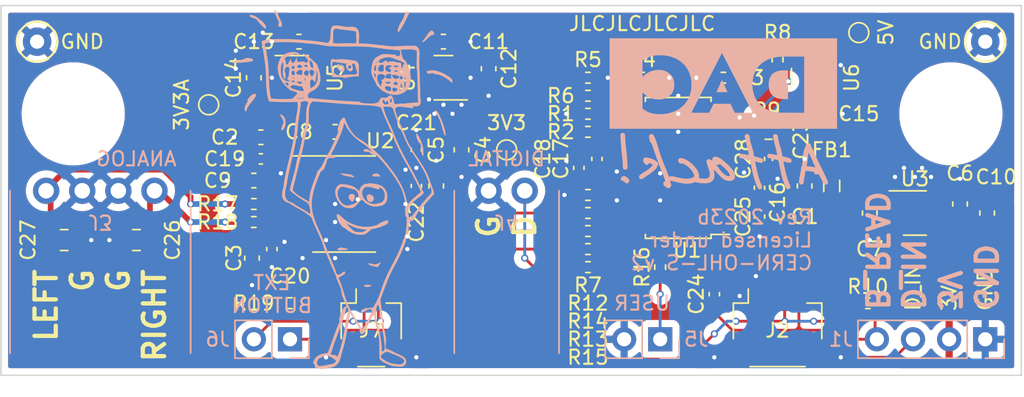
<source format=kicad_pcb>
(kicad_pcb (version 20211014) (generator pcbnew)
  (title_block (title "dac-attack") (date "2023-04-26") (rev "2023a") (company "Licensed under CERN-OHL-S v2"))
  (layers (0 "F.Cu" signal) (31 "B.Cu" signal) (34 "B.Paste" user) (35 "F.Paste" user) (36 "B.SilkS" user "B.Silkscreen") (37 "F.SilkS" user "F.Silkscreen") (38 "B.Mask" user) (39 "F.Mask" user) (44 "Edge.Cuts" user))
  (net 0 "")
  (net 1 "Net-(C1-Pad1)")
  (net 2 "GND")
  (net 3 "+3.3VA")
  (net 4 "+3V3")
  (net 5 "Net-(C22-Pad1)")
  (net 6 "/VIN")
  (net 7 "+5V")
  (net 8 "Net-(C8-Pad1)")
  (net 9 "Net-(C8-Pad2)")
  (net 10 "Net-(C9-Pad1)")
  (net 11 "Net-(C10-Pad1)")
  (net 12 "Net-(C10-Pad2)")
  (net 13 "Net-(C25-Pad2)")
  (net 14 "Net-(C23-Pad1)")
  (net 15 "Net-(C24-Pad2)")
  (net 16 "/RIGHT")
  (net 17 "/LEFT")
  (net 18 "/BUTTON")
  (net 19 "/USER")
  (net 20 "Net-(R1-Pad1)")
  (net 21 "Net-(R2-Pad1)")
  (net 22 "Net-(R3-Pad2)")
  (net 23 "Net-(R4-Pad2)")
  (net 24 "Net-(R5-Pad2)")
  (net 25 "Net-(R6-Pad2)")
  (net 26 "Net-(R12-Pad1)")
  (net 27 "Net-(R13-Pad1)")
  (net 28 "Net-(R14-Pad1)")
  (net 29 "Net-(R15-Pad1)")
  (net 30 "Net-(R18-Pad1)")
  (net 31 "/ADAT")
  (net 32 "/LRCK")
  (net 33 "Net-(R17-Pad1)")
  (net 34 "/BCK")
  (net 35 "Net-(C28-Pad1)")
  (net 40 "Net-(R8-Pad2)")
  (net 41 "Net-(J7-Pad2)")
  (net 42 "/D_IN")
  (net 43 "/D_OUT")
  (footprint "Connector_JST:JST_SH_SM02B-SRSS-TB_1x02-1MP_P1.00mm_Horizontal" (layer "F.Cu") (at 128.27 87.503)
    (fp_text reference "J7")
    (fp_text value "BTN")
  )
  (footprint "Resistor_SMD:R_0402_1005Metric" (layer "F.Cu") (at 143.51 69.85 180)
    (fp_text reference "R5")
    (fp_text value "47K")
  )
  (footprint "Capacitor_SMD:C_0402_1005Metric" (layer "F.Cu") (at 144.145 75.565 -90)
    (fp_text reference "C17")
    (fp_text value "100nF")
  )
  (footprint "TestPoint:TestPoint_Pad_D1.0mm" (layer "F.Cu") (at 137.795 74.93 180)
    (fp_text reference "TP4")
    (fp_text value "3V3")
  )
  (footprint "Resistor_SMD:R_0402_1005Metric" (layer "F.Cu") (at 163.195 85.725)
    (fp_text reference "R10")
    (fp_text value "10K")
  )
  (footprint "Resistor_SMD:R_0402_1005Metric" (layer "F.Cu") (at 148.59 83.185 -90)
    (fp_text reference "R16")
    (fp_text value "22")
  )
  (footprint "Capacitor_SMD:C_0603_1608Metric" (layer "F.Cu") (at 133.35 67.31)
    (fp_text reference "C11")
    (fp_text value "2.2uF")
  )
  (footprint "Package_TO_SOT_SMD:SOT-23-6" (layer "F.Cu") (at 166.5025 79.375)
    (fp_text reference "U3")
    (fp_text value "SD6210A")
  )
  (footprint "Capacitor_SMD:C_0603_1608Metric" (layer "F.Cu") (at 123.19 67.31 180)
    (fp_text reference "C13")
    (fp_text value "2.2uF")
  )
  (footprint "Capacitor_SMD:C_0402_1005Metric" (layer "F.Cu") (at 156.845 75.565 -90)
    (fp_text reference "C23")
    (fp_text value "22nF")
  )
  (footprint "Capacitor_SMD:C_0603_1608Metric" (layer "F.Cu") (at 132.842 77.47 90)
    (fp_text reference "C5")
    (fp_text value "10uF")
  )
  (footprint "Resistor_SMD:R_0402_1005Metric" (layer "F.Cu") (at 143.51 81.915 180)
    (fp_text reference "R13")
    (fp_text value "22")
  )
  (footprint "Resistor_SMD:R_0402_1005Metric" (layer "F.Cu") (at 143.51 72.39 180)
    (fp_text reference "R1")
    (fp_text value "47K")
  )
  (footprint "Resistor_SMD:R_0402_1005Metric" (layer "F.Cu") (at 120.015 80.01 180)
    (fp_text reference "R18")
    (fp_text value "470")
  )
  (footprint "Capacitor_SMD:C_0402_1005Metric" (layer "F.Cu") (at 131.445 77.47 90)
    (fp_text reference "C22")
    (fp_text value "100nF")
  )
  (footprint "Capacitor_SMD:C_0603_1608Metric" (layer "F.Cu") (at 125.73 73.66)
    (fp_text reference "C8")
    (fp_text value "2.2uF")
  )
  (footprint "Resistor_SMD:R_0402_1005Metric" (layer "F.Cu") (at 153.035 69.85 180)
    (fp_text reference "R3")
    (fp_text value "47K")
  )
  (footprint "Capacitor_SMD:C_0603_1608Metric" (layer "F.Cu") (at 163.3275 79.375 -90)
    (fp_text reference "C7")
    (fp_text value "10uF")
  )
  (footprint "MountingHole:MountingHole_3.2mm_M3" (layer "F.Cu") (at 169.035 72.39)
    (fp_text reference "H2" hide)
    (fp_text value "MountingHole")
  )
  (footprint "TestPoint:TestPoint_Keystone_5000-5004_Miniature" (layer "F.Cu") (at 104.775 67.31 180)
    (fp_text reference "TP1" hide)
    (fp_text value "GND")
  )
  (footprint "Connector_JST:JST_SH_SM04B-SRSS-TB_1x04-1MP_P1.00mm_Horizontal" (layer "F.Cu") (at 156.845 87.503)
    (fp_text reference "J2")
    (fp_text value "BOARD")
  )
  (footprint "Capacitor_SMD:C_0402_1005Metric" (layer "F.Cu") (at 142.875 76.2 90)
    (fp_text reference "C18")
    (fp_text value "100nF")
  )
  (footprint "Package_SO:TSSOP-20_4.4x6.5mm_P0.65mm" (layer "F.Cu") (at 126.365 78.74)
    (fp_text reference "U2")
    (fp_text value "PCM5100")
  )
  (footprint "Capacitor_SMD:C_0603_1608Metric" (layer "F.Cu") (at 158.75 77.47 90)
    (fp_text reference "C1")
    (fp_text value "10uF")
  )
  (footprint "Capacitor_SMD:C_0603_1608Metric" (layer "F.Cu") (at 136.525 69.215 -90)
    (fp_text reference "C12")
    (fp_text value "2.2uF")
  )
  (footprint "Capacitor_SMD:C_0402_1005Metric" (layer "F.Cu") (at 120.51 75.565 180)
    (fp_text reference "C19")
    (fp_text value "100nF")
  )
  (footprint "Package_TO_SOT_SMD:SOT-23" (layer "F.Cu") (at 123.19 69.85)
    (fp_text reference "U5")
    (fp_text value "XC6206P332MR")
  )
  (footprint "Resistor_SMD:R_0402_1005Metric" (layer "F.Cu") (at 143.51 78.105)
    (fp_text reference "R7")
    (fp_text value "47K")
  )
  (footprint "TestPoint:TestPoint_Keystone_5000-5004_Miniature" (layer "F.Cu") (at 171.45 67.31 180)
    (fp_text reference "TP2" hide)
    (fp_text value "GND")
  )
  (footprint "Capacitor_SMD:C_0603_1608Metric" (layer "F.Cu") (at 119.888 82.55 -90)
    (fp_text reference "C3")
    (fp_text value "10uF")
  )
  (footprint "Resistor_SMD:R_0603_1608Metric" (layer "F.Cu") (at 156.21 73.66 180)
    (fp_text reference "R9")
    (fp_text value "3K")
  )
  (footprint "Capacitor_SMD:C_0402_1005Metric" (layer "F.Cu") (at 155.575 79.629 90)
    (fp_text reference "C25")
    (fp_text value "22nF")
  )
  (footprint "Capacitor_SMD:C_0603_1608Metric" (layer "F.Cu") (at 120.51 74.041 180)
    (fp_text reference "C2")
    (fp_text value "10uF")
  )
  (footprint "Inductor_SMD:L_0805_2012Metric" (layer "F.Cu") (at 160.655 77.47 -90)
    (fp_text reference "FB1")
    (fp_text value "GZ2012D601TF")
  )
  (footprint "TestPoint:TestPoint_Pad_D1.0mm" (layer "F.Cu") (at 162.56 66.675)
    (fp_text reference "TP3" hide)
    (fp_text value "5V")
  )
  (footprint "Resistor_SMD:R_0402_1005Metric" (layer "F.Cu") (at 143.51 71.12)
    (fp_text reference "R6")
    (fp_text value "47K")
  )
  (footprint "Capacitor_SMD:C_0402_1005Metric" (layer "F.Cu") (at 152.4 85.09 90)
    (fp_text reference "C24")
    (fp_text value "22nF")
  )
  (footprint "Capacitor_SMD:C_0603_1608Metric" (layer "F.Cu") (at 120.015 69.85 90)
    (fp_text reference "C14")
    (fp_text value "2.2uF")
  )
  (footprint "Package_TO_SOT_SMD:SOT-23" (layer "F.Cu") (at 159.385 69.85 -90)
    (fp_text reference "U6")
    (fp_text value "TCM809")
  )
  (footprint "Capacitor_SMD:C_0402_1005Metric" (layer "F.Cu") (at 160.02 72.39)
    (fp_text reference "C15")
    (fp_text value "100nF")
  )
  (footprint "Capacitor_SMD:C_0805_2012Metric" (layer "F.Cu") (at 111.76 81.28 180)
    (fp_text reference "C26")
    (fp_text value "2.2nF")
  )
  (footprint "Capacitor_SMD:C_0402_1005Metric" (layer "F.Cu") (at 121.285 81.915 -90)
    (fp_text reference "C20")
    (fp_text value "100nF")
  )
  (footprint "Capacitor_SMD:C_0603_1608Metric" (layer "F.Cu") (at 171.5825 79.375 90)
    (fp_text reference "C10")
    (fp_text value "2.2uF")
  )
  (footprint "Resistor_SMD:R_0402_1005Metric" (layer "F.Cu") (at 143.51 79.375 180)
    (fp_text reference "R12")
    (fp_text value "22")
  )
  (footprint "Capacitor_SMD:C_0603_1608Metric" (layer "F.Cu") (at 120.015 77.089 180)
    (fp_text reference "C9")
    (fp_text value "2.2uF")
  )
  (footprint "Resistor_SMD:R_0402_1005Metric" (layer "F.Cu") (at 147.32 69.85 180)
    (fp_text reference "R4")
    (fp_text value "47K")
  )
  (footprint "Resistor_SMD:R_0402_1005Metric" (layer "F.Cu") (at 143.51 83.185 180)
    (fp_text reference "R15")
    (fp_text value "22")
  )
  (footprint "Resistor_SMD:R_0402_1005Metric" (layer "F.Cu") (at 122.555 85.725 180)
    (fp_text reference "R19")
    (fp_text value "470")
  )
  (footprint "Resistor_SMD:R_0402_1005Metric" (layer "F.Cu") (at 143.51 73.66 180)
    (fp_text reference "R2")
    (fp_text value "47K")
  )
  (footprint "TestPoint:TestPoint_Pad_D1.0mm" (layer "F.Cu") (at 116.84 71.755)
    (fp_text reference "TP5")
    (fp_text value "3V3A")
  )
  (footprint "Package_SO:TSSOP-28_4.4x9.7mm_P0.65mm" (layer "F.Cu") (at 149.86 76.2 180)
    (fp_text reference "U1")
    (fp_text value "CS8416-xZZ")
  )
  (footprint "MountingHole:MountingHole_3.2mm_M3" (layer "F.Cu") (at 107.315 72.39)
    (fp_text reference "H1" hide)
    (fp_text value "MountingHole")
  )
  (footprint "Capacitor_SMD:C_0603_1608Metric" (layer "F.Cu") (at 134.62 74.93 -90)
    (fp_text reference "C4")
    (fp_text value "10uF")
  )
  (footprint "Resistor_SMD:R_0402_1005Metric" (layer "F.Cu") (at 156.845 68.58 90)
    (fp_text reference "R8")
    (fp_text value "47K")
  )
  (footprint "Resistor_SMD:R_0402_1005Metric" (layer "F.Cu") (at 120.015 78.74 180)
    (fp_text reference "R17")
    (fp_text value "470")
  )
  (footprint "Capacitor_SMD:C_0603_1608Metric" (layer "F.Cu") (at 169.6775 78.74 90)
    (fp_text reference "C6")
    (fp_text value "10uF")
  )
  (footprint "Package_TO_SOT_SMD:SOT-23" (layer "F.Cu") (at 133.35 69.85 180)
    (fp_text reference "U4")
    (fp_text value "XC6206P332MR")
  )
  (footprint "Capacitor_SMD:C_0402_1005Metric" (layer "F.Cu") (at 155.575 75.565 -90)
    (fp_text reference "C28")
    (fp_text value "1nF")
  )
  (footprint "Capacitor_SMD:C_0402_1005Metric" (layer "F.Cu") (at 131.445 74.93 90)
    (fp_text reference "C21")
    (fp_text value "100nF")
  )
  (footprint "Capacitor_SMD:C_0402_1005Metric" (layer "F.Cu") (at 155.575 77.597 90)
    (fp_text reference "C16")
    (fp_text value "100nF")
  )
  (footprint "Resistor_SMD:R_0402_1005Metric" (layer "F.Cu") (at 143.51 80.645 180)
    (fp_text reference "R14")
    (fp_text value "22")
  )
  (footprint "Capacitor_SMD:C_0805_2012Metric" (layer "F.Cu") (at 106.68 81.28)
    (fp_text reference "C27")
    (fp_text value "2.2nF")
  )
  (footprint "dac-attack:0705530001" (layer "B.Cu") (at 137.795 77.80855)
    (fp_text reference "J4")
    (fp_text value "DIGITAL")
  )
  (footprint "dac-attack:0705530003" (layer "B.Cu") (at 109.22 77.80855)
    (fp_text reference "J3")
    (fp_text value "ANALOG")
  )
  (footprint "Connector_PinHeader_2.54mm:PinHeader_1x02_P2.54mm_Vertical" (layer "B.Cu") (at 148.595 88.265 90)
    (fp_text reference "J5")
    (fp_text value "USER")
  )
  (footprint "Connector_PinHeader_2.54mm:PinHeader_1x04_P2.54mm_Vertical" (layer "B.Cu") (at 171.45 88.265 90)
    (fp_text reference "J1")
    (fp_text value "BOARD")
  )
  (footprint "dac-attack:YAMMY" (layer "B.Cu") (at 126.365 77.724 180)
    (fp_text reference "G***" hide)
    (fp_text value "LOGO" hide)
  )
  (footprint "Connector_PinHeader_2.54mm:PinHeader_1x02_P2.54mm_Vertical" (layer "B.Cu") (at 122.56 88.265 90)
    (fp_text reference "J6")
    (fp_text value "BTN")
  )
  (footprint "dac-attack:LOGO" (layer "B.Cu") (at 153.035 72.39 180)
    (fp_text reference "G***" hide)
    (fp_text value "LOGO" hide)
  )
  (gr_line (start 173.99 64.77) (end 102.235 64.77) (layer "Edge.Cuts") (width 0.1))
  (gr_line (start 102.235 64.77) (end 102.235 90.805) (layer "Edge.Cuts") (width 0.1))
  (gr_line (start 173.99 90.805) (end 173.99 64.77) (layer "Edge.Cuts") (width 0.1))
  (gr_line (start 102.235 90.805) (end 173.99 90.805) (layer "Edge.Cuts") (width 0.1))
  (gr_text "GND" (at 171.45 86.36 270) (layer "B.SilkS") (effects (font (size 1.5 1.5) (thickness 0.3)) (justify left mirror)))
  (gr_text "USER" (at 147.32 85.725) (layer "B.SilkS") (effects (font (size 1 1)) (justify mirror)))
  (gr_text "ANALOG" (at 111.76 75.565) (layer "B.SilkS") (effects (font (size 1 1)) (justify mirror)))
  (gr_text "DIGITAL" (at 137.795 75.565) (layer "B.SilkS") (effects (font (size 1 1)) (justify mirror)))
  (gr_text "B_READ" (at 163.83 86.36 270) (layer "B.SilkS") (effects (font (size 1.5 1.5) (thickness 0.3)) (justify left mirror)))
  (gr_text "EXT\nBUTTON" (at 121.285 85.09) (layer "B.SilkS") (effects (font (size 1 1)) (justify mirror)))
  (gr_text "Rev 2023b\nLicensed under\nCERN-OHL-S v2" (at 159.385 81.28) (layer "B.SilkS") (effects (font (size 1 1)) (justify left mirror)))
  (gr_text "3V" (at 168.91 86.36 270) (layer "B.SilkS") (effects (font (size 1.5 1.5) (thickness 0.3)) (justify left mirror)))
  (gr_text "D_IN" (at 166.34 86.36 270) (layer "B.SilkS") (effects (font (size 1.5 1.5) (thickness 0.3)) (justify left mirror)))
  (gr_text "RIGHT" (at 113.03 83.185 90) (layer "F.SilkS") (effects (font (size 1.5 1.5) (thickness 0.3)) (justify right)))
  (gr_text "GND" (at 171.45 86.36 90) (layer "F.SilkS") (effects (font (size 1 1)) (justify left)))
  (gr_text "G" (at 110.49 83.185 90) (layer "F.SilkS") (effects (font (size 1.5 1.5) (thickness 0.3)) (justify right)))
  (gr_text "JLCJLCJLCJLC" (at 147.32 66.04) (layer "F.SilkS") (effects (font (size 1 1))))
  (gr_text "LEFT" (at 105.41 83.185 90) (layer "F.SilkS") (effects (font (size 1.5 1.5) (thickness 0.3)) (justify right)))
  (gr_text "G" (at 107.95 83.185 90) (layer "F.SilkS") (effects (font (size 1.5 1.5) (thickness 0.3)) (justify right)))
  (gr_text "D_IN" (at 166.37 86.36 90) (layer "F.SilkS") (effects (font (size 1 1)) (justify left)))
  (gr_text "G" (at 136.525 79.375 90) (layer "F.SilkS") (effects (font (size 1.5 1.5) (thickness 0.3)) (justify right)))
  (gr_text "3V" (at 168.91 86.36 90) (layer "F.SilkS") (effects (font (size 1 1)) (justify left)))
  (gr_text "D" (at 139.065 79.375 90) (layer "F.SilkS") (effects (font (size 1.5 1.5) (thickness 0.3)) (justify right)))
  (segment (start 152.7225 77.175) (end 153.883 77.175) (width 0.4) (layer "F.Cu") (net 1))
  (segment (start 153.883 77.175) (end 154.785 78.077) (width 0.4) (layer "F.Cu") (net 1))
  (segment (start 155.575 78.077) (end 156.817 78.077) (width 0.4) (layer "F.Cu") (net 1))
  (segment (start 159.8125 78.5325) (end 159.512 78.232) (width 0.4) (layer "F.Cu") (net 1))
  (segment (start 159.512 78.232) (end 158.763 78.232) (width 0.4) (layer "F.Cu") (net 1))
  (segment (start 154.785 78.077) (end 155.575 78.077) (width 0.4) (layer "F.Cu") (net 1))
  (segment (start 158.763 78.232) (end 158.75 78.245) (width 0.4) (layer "F.Cu") (net 1))
  (segment (start 156.985 78.245) (end 156.817 78.077) (width 0.4) (layer "F.Cu") (net 1))
  (segment (start 160.655 78.5325) (end 159.8125 78.5325) (width 0.4) (layer "F.Cu") (net 1))
  (segment (start 158.75 78.245) (end 156.985 78.245) (width 0.4) (layer "F.Cu") (net 1))
  (segment (start 122.415 67.31) (end 122.415 67.958) (width 0.4) (layer "F.Cu") (net 2))
  (segment (start 143 78.105) (end 141.859 78.105) (width 0.2) (layer "F.Cu") (net 2))
  (segment (start 154.159 72.625) (end 154.178 72.644) (width 0.4) (layer "F.Cu") (net 2))
  (segment (start 163.3275 80.15) (end 163.3275 81.28) (width 0.4) (layer "F.Cu") (net 2))
  (segment (start 134.62 75.832) (end 134.62 76.835) (width 0.4) (layer "F.Cu") (net 2))
  (segment (start 129.2275 81.015) (end 130.799 81.015) (width 0.2) (layer "F.Cu") (net 2))
  (segment (start 130.545 76.465) (end 130.683 76.327) (width 0.2) (layer "F.Cu") (net 2))
  (segment (start 169.6775 77.965) (end 169.6775 76.962) (width 0.4) (layer "F.Cu") (net 2))
  (segment (start 155.345 85.503) (end 154.464 85.503) (width 0.4) (layer "F.Cu") (net 2))
  (segment (start 122.454 77.115) (end 121.92 76.581) (width 0.4) (layer "F.Cu") (net 2))
  (segment (start 154.968 76.045) (end 155.575 76.045) (width 0.4) (layer "F.Cu") (net 2))
  (segment (start 120.03 75.565) (end 119.126 75.565) (width 0.4) (layer "F.Cu") (net 2))
  (segment (start 158.75 76.695) (end 158.75 75.565) (width 0.4) (layer "F.Cu") (net 2))
  (segment (start 135.194 70.8) (end 136.004 69.99) (width 0.4) (layer "F.Cu") (net 2))
  (segment (start 166.1215 79.375) (end 166.5025 78.994) (width 0.4) (layer "F.Cu") (net 2))
  (segment (start 121.092 68.9) (end 120.917 69.075) (width 0.4) (layer "F.Cu") (net 2))
  (segment (start 122.2525 68.1205) (end 122.2525 68.9) (width 0.4) (layer "F.Cu") (net 2))
  (segment (start 148.534 76.525) (end 148.59 76.581) (width 0.4) (layer "F.Cu") (net 2))
  (segment (start 161.133 89.378) (end 161.29 89.535) (width 0.4) (layer "F.Cu") (net 2))
  (segment (start 166.5025 78.994) (end 166.5025 76.835) (width 0.4) (layer "F.Cu") (net 2))
  (segment (start 154.464 85.503) (end 154.178 85.217) (width 0.4) (layer "F.Cu") (net 2))
  (segment (start 123.5025 82.4915) (end 123.444 82.55) (width 0.4) (layer "F.Cu") (net 2))
  (segment (start 145.553 78.475) (end 145.542 78.486) (width 0.4) (layer "F.Cu") (net 2))
  (segment (start 122.415 67.958) (end 122.2525 68.1205) (width 0.4) (layer "F.Cu") (net 2))
  (segment (start 122.566 81.015) (end 122.174 81.407) (width 0.4) (layer "F.Cu") (net 2))
  (segment (start 143.284 75.72) (end 143.609 76.045) (width 0.4) (layer "F.Cu") (net 2))
  (segment (start 126.055 78.415) (end 125.73 78.74) (width 0.4) (layer "F.Cu") (net 2))
  (segment (start 152.7225 72.625) (end 152.7225 73.275) (width 0.4) (layer "F.Cu") (net 2))
  (segment (start 155.08 77.117) (end 154.488 76.525) (width 0.4) (layer "F.Cu") (net 2))
  (segment (start 121.605 68.9) (end 120.015 67.31) (width 0.4) (layer "F.Cu") (net 2))
  (segment (start 121.285 82.395) (end 121.821 82.395) (width 0.4) (layer "F.Cu") (net 2))
  (segment (start 134.2875 70.8) (end 135.194 70.8) (width 0.4) (layer "F.Cu") (net 2))
  (segment (start 123.5025 81.015) (end 122.566 81.015) (width 0.4) (layer "F.Cu") (net 2))
  (segment (start 165.365 79.375) (end 166.1215 79.375) (width 0.4) (layer "F.Cu") (net 2))
  (segment (start 130.07 89.378) (end 131.288 89.378) (width 0.4) (layer "F.Cu") (net 2))
  (segment (start 156.845 76.045) (end 156.845 76.962) (width 0.4) (layer "F.Cu") (net 2))
  (segment (start 145.613 76.525) (end 145.542 76.454) (width 0.4) (layer "F.Cu") (net 2))
  (segment (start 152.7225 74.575) (end 152.7225 73.925) (width 0.4) (layer "F.Cu") (net 2))
  (segment (start 136.004 69.99) (end 136.525 69.99) (width 0.4) (layer "F.Cu") (net 2))
  (segment (start 134.2875 70.8) (end 132.908 70.8) (width 0.4) (layer "F.Cu") (net 2))
  (segment (start 134.125 67.31) (end 135.255 67.31) (width 0.4) (layer "F.Cu") (net 2))
  (segment (start 144.145 76.045) (end 145.133 76.045) (width 0.4) (layer "F.Cu") (net 2))
  (segment (start 165.365 79.375) (end 164.1025 79.375) (width 0.4) (layer "F.Cu") (net 2))
  (segment (start 134.2875 71.4225) (end 134.62 71.755) (width 0.4) (layer "F.Cu") (net 2))
  (segment (start 161.2415 68.9125) (end 161.29 68.961) (width 0.4) (layer "F.Cu") (net 2))
  (segment (start 125.095 81.28) (end 125.73 80.645) (width 0.4) (layer "F.Cu") (net 2))
  (segment (start 143 72.39) (end 141.986 72.39) (width 0.4) (layer "F.Cu") (net 2))
  (segment (start 159.645 89.378) (end 161.133 89.378) (width 0.4) (layer "F.Cu") (net 2))
  (segment (start 124.83 81.015) (end 125.095 81.28) (width 0.4) (layer "F.Cu") (net 2))
  (segment (start 123.5025 81.015) (end 124.83 81.015) (width 0.4) (layer "F.Cu") (net 2))
  (segment (start 121.821 82.395) (end 122.174 82.042) (width 0.4) (layer "F.Cu") (net 2))
  (segment (start 152.7225 76.525) (end 154.488 76.525) (width 0.4) (layer "F.Cu") (net 2))
  (segment (start 129.2275 76.465) (end 130.545 76.465) (width 0.2) (layer "F.Cu") (net 2))
  (segment (start 142.014 75.72) (end 141.986 75.692) (width 0.4) (layer "F.Cu") (net 2))
  (segment (start 130.799 81.015) (end 130.81 81.026) (width 0.2) (layer "F.Cu") (net 2))
  (segment (start 155.575 80.109) (end 155.575 81.026) (width 0.4) (layer "F.Cu") (net 2))
  (segment (start 122.2525 68.9) (end 121.092 68.9) (width 0.4) (layer "F.Cu") (net 2))
  (segment (start 154.488 76.525) (end 154.968 76.045) (width 0.4) (layer "F.Cu") (net 2))
  (segment (start 125.73 80.645) (end 125.73 82.55) (width 0.4) (layer "F.Cu") (net 2))
  (segment (start 123.5025 81.665) (end 123.5025 82.4915) (width 0.4) (layer "F.Cu") (net 2))
  (segment (start 131.445 74.45) (end 131.445 73.533) (width 0.4) (layer "F.Cu") (net 2))
  (segment (start 132.908 70.8) (end 132.334 71.374) (width 0.4) (layer "F.Cu") (net 2))
  (segment (start 152.7225 73.925) (end 152.7225 73.275) (width 0.4) (layer "F.Cu") (net 2))
  (segment (start 107.63 81.28) (end 108.585 81.28) (width 0.4) (layer "F.Cu") (net 2))
  (segment (start 127.325 78.415) (end 126.055 78.415) (width 0.4) (layer "F.Cu") (net 2))
  (segment (start 131.445 72.263) (end 131.445 73.533) (width 0.4) (layer "F.Cu") (net 2))
  (segment (start 160.5 72.39) (end 161.417 72.39) (width 0.4) (layer "F.Cu") (net 2))
  (segment (start 121.92 69.85) (end 122.2525 69.5175) (width 0.4) (layer "F.Cu") (net 2))
  (segment (start 123.5025 81.665) (end 123.5025 81.015) (width 0.4) (layer "F.Cu") (net 2))
  (segment (start 146.9975 76.525) (end 148.534 76.525) (width 0.4) (layer "F.Cu") (net 2))
  (segment (start 132.334 71.374) (end 131.445 72.263) (width 0.4) (layer "F.Cu") (net 2))
  (segment (start 147.83 69.85) (end 149.225 69.85) (width 0.4) (layer "F.Cu") (net 2))
  (segment (start 142.875 75.72) (end 143.284 75.72) (width 0.4) (layer "F.Cu") (net 2))
  (segment (start 119.735 74.041) (end 118.618 74.041) (width 0.4) (layer "F.Cu") (net 2))
  (segment (start 126.47 89.378) (end 125.252 89.378) (width 0.4) (layer "F.Cu") (net 2))
  (segment (start 155.345 85.503) (end 155.345 83.844) (width 0.4) (layer "F.Cu") (net 2))
  (segment (start 122.2525 69.5175) (end 122.2525 68.9) (width 0.4) (layer "F.Cu") (net 2))
  (segment (start 122.2525 68.9) (end 121.605 68.9) (width 0.4) (layer "F.Cu") (net 2))
  (segment (start 152.7225 72.625) (end 154.159 72.625) (width 0.4) (layer "F.Cu") (net 2))
  (segment (start 154.045 89.378) (end 152.557 89.378) (width 0.4) (layer "F.Cu") (net 2))
  (segment (start 125.252 89.378) (end 125.095 89.535) (width 0.4) (layer "F.Cu") (net 2))
  (segment (start 131.445 76.99) (end 131.445 76.2) (width 0.2) (layer "F.Cu") (net 2))
  (segment (start 122.174 82.042) (end 122.174 81.407) (width 0.4) (layer "F.Cu") (net 2))
  (segment (start 122.415 67.31) (end 121.285 67.31) (width 0.4) (layer "F.Cu") (net 2))
  (segment (start 146.9975 78.475) (end 148.579 78.475) (width 0.4) (layer "F.Cu") (net 2))
  (segment (start 155.575 77.117) (end 155.08 77.117) (width 0.4) (layer "F.Cu") (net 2))
  (segment (start 144.02 69.85) (end 144.907 69.85) (width 0.4) (layer "F.Cu") (net 2))
  (segment (start 121.285 69.85) (end 121.92 69.85) (width 0.4) (layer "F.Cu") (net 2))
  (segment (start 136.525 69.99) (end 136.525 71.12) (width 0.4) (layer "F.Cu") (net 2))
  (segment (start 119.888 83.325) (end 119.888 84.455) (width 0.4) (layer "F.Cu") (net 2))
  (segment (start 146.9975 76.525) (end 145.613 76.525) (width 0.4) (layer "F.Cu") (net 2))
  (segment (start 131.288 89.378) (end 131.445 89.535) (width 0.4) (layer "F.Cu") (net 2))
  (segment (start 148.579 78.475) (end 148.59 78.486) (width 0.4) (layer "F.Cu") (net 2))
  (segment (start 120.015 69.075) (end 120.917 69.075) (width 0.4) (layer "F.Cu") (net 2))
  (segment (start 146.9975 78.475) (end 145.553 78.475) (width 0.4) (layer "F.Cu") (net 2))
  (segment (start 164.1025 79.375) (end 163.3275 80.15) (width 0.4) (layer "F.Cu") (net 2))
  (segment (start 129.2275 78.415) (end 127.325 78.415) (width 0.4) (layer "F.Cu") (net 2))
  (segment (start 152.557 89.378) (end 152.4 89.535) (width 0.4) (layer "F.Cu") (net 2))
  (segment (start 125.73 80.645) (end 125.73 80.01) (width 0.4) (layer "F.Cu") (net 2))
  (segment (start 129.2275 81.665) (end 130.56 81.665) (width 0.2) (layer "F.Cu") (net 2))
  (segment (start 121.285 82.395) (end 121.285 83.185) (width 0.4) (layer "F.Cu") (net 2))
  (segment (start 130.56 81.665) (end 130.81 81.915) (width 0.2) (layer "F.Cu") (net 2))
  (segment (start 134.2875 70.8) (end 134.2875 71.4225) (width 0.4) (layer "F.Cu") (net 2))
  (segment (start 155.345 83.844) (end 155.321 83.82) (width 0.4) (layer "F.Cu") (net 2))
  (segment (start 130.358 78.415) (end 130.683 78.74) (width 0.4) (layer "F.Cu") (net 2))
  (segment (start 132.842 76.695) (end 132.842 75.692) (width 0.4) (layer "F.Cu") (net 2))
  (segment (start 129.2275 78.415) (end 130.358 78.415) (width 0.4) (layer "F.Cu") (net 2))
  (segment (start 155.575 76.045) (end 156.845 76.045) (width 0.4) (layer "F.Cu") (net 2))
  (segment (start 110.81 81.28) (end 109.855 81.28) (width 0.4) (layer "F.Cu") (net 2))
  (segment (start 119.24 77.089) (end 118.11 77.089) (width 0.4) (layer "F.Cu") (net 2))
  (segment (start 123.5025 77.115) (end 122.454 77.115) (width 0.4) (layer "F.Cu") (net 2))
  (segment (start 160.335 68.9125) (end 161.2415 68.9125) (width 0.4) (layer "F.Cu") (net 2))
  (segment (start 145.133 76.045) (end 145.542 76.454) (width 0.4) (layer "F.Cu") (net 2))
  (segment (start 143.609 76.045) (end 144.145 76.045) (width 0.4) (layer "F.Cu") (net 2))
  (segment (start 142.875 75.72) (end 142.014 75.72) (width 0.4) (layer "F.Cu") (net 2))
  (via (at 130.683 78.74) (size 0.5) (drill 0.3) (layers "F.Cu" "B.Cu") (net 2))
  (via (at 119.126 75.565) (size 0.5) (drill 0.3) (layers "F.Cu" "B.Cu") (net 2))
  (via (at 121.285 83.185) (size 0.5) (drill 0.3) (layers "F.Cu" "B.Cu") (net 2))
  (via (at 156.845 76.962) (size 0.5) (drill 0.3) (layers "F.Cu" "B.Cu") (net 2))
  (via (at 145.542 78.486) (size 0.5) (drill 0.3) (layers "F.Cu" "B.Cu") (net 2))
  (via (at 131.445 76.2) (size 0.5) (drill 0.3) (layers "F.Cu" "B.Cu") (net 2))
  (via (at 165.735 76.2) (size 0.5) (drill 0.3) (layers "F.Cu" "B.Cu") (net 2))
  (via (at 163.3275 81.28) (size 0.5) (drill 0.3) (layers "F.Cu" "B.Cu") (net 2))
  (via (at 155.575 81.026) (size 0.5) (drill 0.3) (layers "F.Cu" "B.Cu") (net 2))
  (via (at 125.095 81.28) (size 0.5) (drill 0.3) (layers "F.Cu" "B.Cu") (net 2))
  (via (at 133.985 72.39) (size 0.5) (drill 0.3) (layers "F.Cu" "B.Cu") (net 2))
  (via (at 148.59 78.486) (size 0.5) (drill 0.3) (layers "F.Cu" "B.Cu") (net 2))
  (via (at 121.92 76.581) (size 0.5) (drill 0.3) (layers "F.Cu" "B.Cu") (net 2))
  (via (at 125.73 82.55) (size 0.5) (drill 0.3) (layers "F.Cu" "B.Cu") (net 2))
  (via (at 135.255 67.31) (size 0.5) (drill 0.3) (layers "F.Cu" "B.Cu") (net 2))
  (via (at 133.35 71.755) (size 0.5) (drill 0.3) (layers "F.Cu" "B.Cu") (net 2))
  (via (at 167.64 76.835) (size 0.5) (drill 0.3) (layers "F.Cu" "B.Cu") (net 2))
  (via (at 132.842 75.692) (size 0.5) (drill 0.3) (layers "F.Cu" "B.Cu") (net 2))
  (via (at 136.525 71.12) (size 0.5) (drill 0.3) (layers "F.Cu" "B.Cu") (net 2))
  (via (at 127.325 78.415) (size 0.5) (drill 0.3) (layers "F.Cu" "B.Cu") (net 2))
  (via (at 149.86 72.39) (size 0.5) (drill 0.3) (layers "F.Cu" "B.Cu") (net 2))
  (via (at 123.444 82.55) (size 0.5) (drill 0.3) (layers "F.Cu" "B.Cu") (net 2))
  (via (at 154.178 85.217) (size 0.5) (drill 0.3) (layers "F.Cu" "B.Cu") (net 2))
  (via (at 165.1 76.835) (size 0.5) (drill 0.3) (layers "F.Cu" "B.Cu") (net 2))
  (via (at 108.585 81.28) (size 0.5) (drill 0.3) (layers "F.Cu" "B.Cu") (net 2))
  (via (at 161.29 68.961) (size 0.5) (drill 0.3) (layers "F.Cu" "B.Cu") (net 2))
  (via (at 121.285 69.85) (size 0.5) (drill 0.3) (layers "F.Cu" "B.Cu") (net 2))
  (via (at 118.11 77.089) (size 0.5) (drill 0.3) (layers "F.Cu" "B.Cu") (net 2))
  (via (at 130.683 76.327) (size 0.5) (drill 0.3) (layers "F.Cu" "B.Cu") (net 2))
  (via (at 169.6775 76.962) (size 0.5) (drill 0.3) (layers "F.Cu" "B.Cu") (net 2))
  (via (at 121.285 67.31) (size 0.5) (drill 0.3) (layers "F.Cu" "B.Cu") (net 2))
  (via (at 120.015 67.31) (size 0.5) (drill 0.3) (layers "F.Cu" "B.Cu") (net 2))
  (via (at 141.859 78.105) (size 0.5) (drill 0.3) (layers "F.Cu" "B.Cu") (net 2))
  (via (at 134.62 71.755) (size 0.5) (drill 0.3) (layers "F.Cu" "B.Cu") (net 2))
  (via (at 132.334 71.374) (size 0.5) (drill 0.3) (layers "F.Cu" "B.Cu") (net 2))
  (via (at 154.488 76.525) (size 0.5) (drill 0.3) (layers "F.Cu" "B.Cu") (net 2))
  (via (at 141.986 72.39) (size 0.5) (drill 0.3) (layers "F.Cu" "B.Cu") (net 2))
  (via (at 118.745 69.215) (size 0.5) (drill 0.3) (layers "F.Cu" "B.Cu") (net 2))
  (via (at 130.81 81.026) (size 0.5) (drill 0.3) (layers "F.Cu" "B.Cu") (net 2))
  (via (at 120.65 66.675) (size 0.5) (drill 0.3) (layers "F.Cu" "B.Cu") (net 2))
  (via (at 125.73 80.01) (size 0.5) (drill 0.3) (layers "F.Cu" "B.Cu") (net 2))
  (via (at 141.986 75.692) (size 0.5) (drill 0.3) (layers "F.Cu" "B.Cu") (net 2))
  (via (at 145.542 76.454) (size 0.5) (drill 0.3) (layers "F.Cu" "B.Cu") (net 2))
  (via (at 148.59 76.581) (size 0.5) (drill 0.3) (layers "F.Cu" "B.Cu") (net 2))
  (via (at 151.13 69.85) (size 0.5) (drill 0.3) (layers "F.Cu" "B.Cu") (net 2))
  (via (at 131.445 73.533) (size 0.5) (drill 0.3) (layers "F.Cu" "B.Cu") (net 2))
  (via (at 161.417 72.39) (size 0.5) (drill 0.3) (layers "F.Cu" "B.Cu") (net 2))
  (via (at 131.445 89.535) (size 0.5) (drill 0.3) (layers "F.Cu" "B.Cu") (net 2))
  (via (at 158.75 75.565) (size 0.5) (drill 0.3) (layers "F.Cu" "B.Cu") (net 2))
  (via (at 161.29 89.535) (size 0.5) (drill 0.3) (layers "F.Cu" "B.Cu") (net 2))
  (via (at 149.86 73.66) (size 0.5) (drill 0.3) (layers "F.Cu" "B.Cu") (net 2))
  (via (at 135.255 69.85) (size 0.5) (drill 0.3) (layers "F.Cu" "B.Cu") (net 2))
  (via (at 166.5025 76.835) (size 0.5) (drill 0.3) (layers "F.Cu" "B.Cu") (net 2))
  (via (at 132.715 72.39) (size 0.5) (drill 0.3) (layers "F.Cu" "B.Cu") (net 2))
  (via (at 152.4 89.535) (size 0.5) (drill 0.3) (layers "F.Cu" "B.Cu") (net 2))
  (via (at 109.855 81.28) (size 0.5) (drill 0.3) (layers "F.Cu" "B.Cu") (net 2))
  (via (at 144.907 69.85) (size 0.5) (drill 0.3) (layers "F.Cu" "B.Cu") (net 2))
  (via (at 167.005 76.2) (size 0.5) (drill 0.3) (layers "F.Cu" "B.Cu") (net 2))
  (via (at 149.225 69.85) (size 0.5) (drill 0.3) (layers "F.Cu" "B.Cu") (net 2))
  (via (at 125.095 89.535) (size 0.5) (drill 0.3) (layers "F.Cu" "B.Cu") (net 2))
  (via (at 122.174 81.407) (size 0.5) (drill 0.3) (layers "F.Cu" "B.Cu") (net 2))
  (via (at 125.73 78.74) (size 0.5) (drill 0.3) (layers "F.Cu" "B.Cu") (net 2))
  (via (at 119.888 84.455) (size 0.5) (drill 0.3) (layers "F.Cu" "B.Cu") (net 2))
  (via (at 130.81 81.915) (size 0.5) (drill 0.3) (layers "F.Cu" "B.Cu") (net 2))
  (via (at 154.178 72.644) (size 0.5) (drill 0.3) (layers "F.Cu" "B.Cu") (net 2))
  (via (at 134.62 76.835) (size 0.5) (drill 0.3) (layers "F.Cu" "B.Cu") (net 2))
  (via (at 155.321 83.82) (size 0.5) (drill 0.3) (layers "F.Cu" "B.Cu") (net 2))
  (via (at 118.618 74.041) (size 0.5) (drill 0.3) (layers "F.Cu" "B.Cu") (net 2))
  (via (at 118.745 67.945) (size 0.5) (drill 0.3) (layers "F.Cu" "B.Cu") (net 2))
  (via (at 149.86 71.12) (size 0.5) (drill 0.3) (layers "F.Cu" "B.Cu") (net 2))
  (segment (start 149.225 69.85) (end 151.13 69.85) (width 0.4) (layer "B.Cu") (net 2))
  (segment (start 125.73 80.01) (end 125.73 78.74) (width 0.4) (layer "B.Cu") (net 2))
  (segment (start 120.99 75.565) (end 121.92 75.565) (width 0.4) (layer "F.Cu") (net 3))
  (segment (start 122.301 73.787) (end 122.301 73.152) (width 0.4) (layer "F.Cu") (net 3))
  (segment (start 120.015 70.625) (end 120.015 73.025) (width 0.4) (layer "F.Cu") (net 3))
  (segment (start 122.17 75.815) (end 121.92 75.565) (width 0.4) (layer "F.Cu") (net 3))
  (segment (start 122.047 74.041) (end 122.301 74.295) (width 0.4) (layer "F.Cu") (net 3))
  (segment (start 121.412 72.898) (end 121.285 73.025) (width 0.4) (layer "F.Cu") (net 3))
  (segment (start 121.92 75.565) (end 121.92 75.184) (width 0.4) (layer "F.Cu") (net 3))
  (segment (start 122.327 80.365) (end 123.5025 80.365) (width 0.4) (layer "F.Cu") (net 3))
  (segment (start 120.015 80.772) (end 117.729 80.772) (width 0.4) (layer "F.Cu") (net 3))
  (segment (start 121.285 74.041) (end 122.047 74.041) (width 0.4) (layer "F.Cu") (net 3))
  (segment (start 122.2525 70.8) (end 120.19 70.8) (width 0.4) (layer "F.Cu") (net 3))
  (segment (start 121.92 80.772) (end 122.327 80.365) (width 0.4) (layer "F.Cu") (net 3))
  (segment (start 119.888 81.775) (end 119.888 80.899) (width 0.4) (layer "F.Cu") (net 3))
  (segment (start 121.285 81.435) (end 121.285 80.772) (width 0.4) (layer "F.Cu") (net 3))
  (segment (start 122.301 74.803) (end 122.301 74.295) (width 0.4) (layer "F.Cu") (net 3))
  (segment (start 121.285 73.025) (end 120.015 73.025) (width 0.4) (layer "F.Cu") (net 3))
  (segment (start 122.047 74.041) (end 122.301 73.787) (width 0.4) (layer "F.Cu") (net 3))
  (segment (start 119.888 80.899) (end 120.015 80.772) (width 0.4) (layer "F.Cu") (net 3))
  (segment (start 120.015 73.025) (end 118.11 73.025) (width 0.4) (layer "F.Cu") (net 3))
  (segment (start 121.285 80.772) (end 120.015 80.772) (width 0.4) (layer "F.Cu") (net 3))
  (segment (start 121.92 75.184) (end 122.301 74.803) (width 0.4) (layer "F.Cu") (net 3))
  (segment (start 121.285 80.772) (end 121.92 80.772) (width 0.4) (layer "F.Cu") (net 3))
  (segment (start 122.301 73.152) (end 122.047 72.898) (width 0.4) (layer "F.Cu") (net 3))
  (segment (start 118.11 73.025) (end 117.094 74.041) (width 0.4) (layer "F.Cu") (net 3))
  (segment (start 123.5025 75.815) (end 122.17 75.815) (width 0.4) (layer "F.Cu") (net 3))
  (segment (start 117.094 74.041) (end 117.094 80.137) (width 0.4) (layer "F.Cu") (net 3))
  (segment (start 120.19 70.8) (end 120.015 70.625) (width 0.4) (layer "F.Cu") (net 3))
  (segment (start 122.047 72.898) (end 121.412 72.898) (width 0.4) (layer "F.Cu") (net 3))
  (segment (start 122.301 74.295) (end 122.301 73.787) (width 0.4) (layer "F.Cu") (net 3))
  (segment (start 117.729 80.772) (end 117.094 80.137) (width 0.4) (layer "F.Cu") (net 3))
  (segment (start 116.84 71.755) (end 118.11 73.025) (width 0.4) (layer "F.Cu") (net 3))
  (segment (start 140.768 74.676) (end 139.853 73.761) (width 0.4) (layer "F.Cu") (net 4))
  (segment (start 145.189 75.085) (end 144.145 75.085) (width 0.4) (layer "F.Cu") (net 4))
  (segment (start 139.853 71.12) (end 139.7 70.967) (width 0.4) (layer "F.Cu") (net 4))
  (segment (start 158.115 72.39) (end 160.655 74.93) (width 0.4) (layer "F.Cu") (net 4))
  (segment (start 142.875 76.68) (end 143.355 76.68) (width 0.4) (layer "F.Cu") (net 4))
  (segment (start 133.363 74.155) (end 132.08 75.438) (width 0.4) (layer "F.Cu") (net 4))
  (segment (start 131.473 75.438) (end 131.445 75.41) (width 0.4) (layer "F.Cu") (net 4))
  (segment (start 159.385 70.7875) (end 159.385 71.755) (width 0.4) (layer "F.Cu") (net 4))
  (segment (start 134.2875 68.9) (end 135.316 68.9) (width 0.4) (layer "F.Cu") (net 4))
  (segment (start 129.2275 77.765) (end 128.184 77.765) (width 0.2) (layer "F.Cu") (net 4))
  (segment (start 140.97 73.66) (end 139.853 72.543) (width 0.4) (layer "F.Cu") (net 4))
  (segment (start 143.538 75.085) (end 143.129 74.676) (width 0.4) (layer "F.Cu") (net 4))
  (segment (start 143.51 76.835) (end 144.653 76.835) (width 0.4) (layer "F.Cu") (net 4))
  (segment (start 143 73.66) (end 140.97 73.66) (width 0.4) (layer "F.Cu") (net 4))
  (segment (start 144.993 77.175) (end 146.9975 77.175) (width 0.4) (layer "F.Cu") (net 4))
  (segment (start 143.129 74.676) (end 140.768 74.676) (width 0.4) (layer "F.Cu") (net 4))
  (segment (start 143.355 76.68) (end 143.51 76.835) (width 0.4) (layer "F.Cu") (net 4))
  (segment (start 144.145 75.085) (end 143.538 75.085) (width 0.4) (layer "F.Cu") (net 4))
  (segment (start 130.584 75.41) (end 131.445 75.41) (width 0.4) (layer "F.Cu") (net 4))
  (segment (start 139.853 72.543) (end 139.853 73.761) (width 0.4) (layer "F.Cu") (net 4))
  (segment (start 138.329 68.58) (end 138.189 68.44) (width 0.4) (layer "F.Cu") (net 4))
  (segment (start 139.7 70.967) (end 139.7 68.58) (width 0.4) (layer "F.Cu") (net 4))
  (segment (start 135.316 68.9) (end 135.776 68.44) (width 0.4) (layer "F.Cu") (net 4))
  (segment (start 160.655 76.4075) (end 160.655 74.93) (width 0.4) (layer "F.Cu") (net 4))
  (segment (start 129.2275 75.815) (end 130.179 75.815) (width 0.4) (layer "F.Cu") (net 4))
  (segment (start 129.2275 75.815) (end 128.147 75.815) (width 0.2) (layer "F.Cu") (net 4))
  (segment (start 159.54 72.39) (end 159.54 71.91) (width 0.4) (layer "F.Cu") (net 4))
  (segment (start 128.184 77.765) (end 127.889 77.47) (width 0.2) (layer "F.Cu") (net 4))
  (segment (start 154.305 68.58) (end 139.7 68.58) (width 0.4) (layer "F.Cu") (net 4))
  (segment (start 135.776 68.44) (end 136.525 68.44) (width 0.4) (layer "F.Cu") (net 4))
  (segment (start 139.853 73.761) (end 139.853 75.21) (width 0.4) (layer "F.Cu") (net 4))
  (segment (start 159.54 71.91) (end 159.385 71.755) (width 0.4) (layer "F.Cu") (net 4))
  (segment (start 159.54 72.39) (end 158.115 72.39) (width 0.4) (layer "F.Cu") (net 4))
  (segment (start 141.323 76.68) (end 142.875 76.68) (width 0.4) (layer "F.Cu") (net 4))
  (segment (start 130.179 75.815) (end 130.584 75.41) (width 0.4) (layer "F.Cu") (net 4))
  (segment (start 139.853 75.21) (end 141.323 76.68) (width 0.4) (layer "F.Cu") (net 4))
  (segment (start 146.9975 75.875) (end 145.979 75.875) (width 0.4) (layer "F.Cu") (net 4))
  (segment (start 128.147 75.815) (end 127.889 76.073) (width 0.2) (layer "F.Cu") (net 4))
  (segment (start 144.653 76.835) (end 144.993 77.175) (width 0.4) (layer "F.Cu") (net 4))
  (segment (start 145.979 75.875) (end 145.189 75.085) (width 0.4) (layer "F.Cu") (net 4))
  (segment (start 134.62 74.155) (end 133.363 74.155) (width 0.4) (layer "F.Cu") (net 4))
  (segment (start 143 71.12) (end 139.853 71.12) (width 0.4) (layer "F.Cu") (net 4))
  (segment (start 127.889 76.073) (end 127.889 77.47) (width 0.2) (layer "F.Cu") (net 4))
  (segment (start 158.115 72.39) (end 154.305 68.58) (width 0.4) (layer "F.Cu") (net 4))
  (segment (start 139.853 71.12) (end 139.853 72.543) (width 0.4) (layer "F.Cu") (net 4))
  (segment (start 139.7 68.58) (end 138.329 68.58) (width 0.4) (layer "F.Cu") (net 4))
  (segment (start 138.189 68.44) (end 136.525 68.44) (width 0.4) (layer "F.Cu") (net 4))
  (segment (start 132.08 75.438) (end 131.473 75.438) (width 0.4) (layer "F.Cu") (net 4))
  (segment (start 131.925 77.95) (end 132.22 78.245) (width 0.4) (layer "F.Cu") (net 5))
  (segment (start 130.074 77.115) (end 130.909 77.95) (width 0.4) (layer "F.Cu") (net 5))
  (segment (start 129.2275 77.115) (end 130.074 77.115) (width 0.4) (layer "F.Cu") (net 5))
  (segment (start 132.22 78.245) (end 132.842 78.245) (width 0.4) (layer "F.Cu") (net 5))
  (segment (start 131.445 77.95) (end 131.925 77.95) (width 0.4) (layer "F.Cu") (net 5))
  (segment (start 130.909 77.95) (end 131.445 77.95) (width 0.4) (layer "F.Cu") (net 5))
  (segment (start 172.593 79.375) (end 172.974 79.756) (width 0.4) (layer "F.Cu") (net 6))
  (segment (start 165.365 82.815) (end 165.9255 83.3755) (width 0.4) (layer "F.Cu") (net 6))
  (segment (start 162.685 85.725) (end 162.685 82.828) (width 0.4) (layer "F.Cu") (net 6))
  (segment (start 157.469 82.815) (end 162.698 82.815) (width 0.4) (layer "F.Cu") (net 6))
  (segment (start 169.5375 79.375) (end 169.6775 79.515) (width 0.4) (layer "F.Cu") (net 6))
  (segment (start 156.345 83.939) (end 157.469 82.815) (width 0.4) (layer "F.Cu") (net 6))
  (segment (start 166.497 82.804) (end 165.9255 83.3755) (width 0.4) (layer "F.Cu") (net 6))
  (segment (start 172.2175 79.375) (end 170.8205 79.375) (width 0.2) (layer "F.Cu") (net 6))
  (segment (start 166.5605 79.8195) (end 166.497 79.883) (width 0.4) (layer "F.Cu") (net 6))
  (segment (start 172.2175 79.375) (end 172.593 79.375) (width 0.4) (layer "F.Cu") (net 6))
  (segment (start 162.698 82.815) (end 165.365 82.815) (width 0.4) (layer "F.Cu") (net 6))
  (segment (start 170.6805 79.515) (end 170.8205 79.375) (width 0.4) (layer "F.Cu") (net 6))
  (segment (start 156.345 85.503) (end 156.345 83.939) (width 0.4) (layer "F.Cu") (net 6))
  (segment (start 165.9255 83.3755) (end 168.91 86.36) (width 0.4) (layer "F.Cu") (net 6))
  (segment (start 162.685 82.828) (end 162.698 82.815) (width 0.4) (layer "F.Cu") (net 6))
  (segment (start 166.497 79.883) (end 166.497 82.804) (width 0.4) (layer "F.Cu") (net 6))
  (segment (start 172.974 82.296) (end 168.91 86.36) (width 0.4) (layer "F.Cu") (net 6))
  (segment (start 165.365 80.325) (end 165.365 82.815) (width 0.4) (layer "F.Cu") (net 6))
  (segment (start 167.005 79.375) (end 167.64 79.375) (width 0.4) (layer "F.Cu") (net 6))
  (segment (start 172.974 79.756) (end 172.974 82.296) (width 0.4) (layer "F.Cu") (net 6))
  (segment (start 169.6775 79.515) (end 170.6805 79.515) (width 0.4) (layer "F.Cu") (net 6))
  (segment (start 167.64 79.375) (end 169.5375 79.375) (width 0.4) (layer "F.Cu") (net 6))
  (segment (start 166.5605 79.8195) (end 167.005 79.375) (width 0.4) (layer "F.Cu") (net 6))
  (segment (start 168.91 86.36) (end 168.91 88.265) (width 0.4) (layer "F.Cu") (net 6))
  (segment (start 165.365 78.425) (end 164.1505 78.425) (width 0.4) (layer "F.Cu") (net 7))
  (segment (start 132.575 66.18) (end 132.715 66.04) (width 0.4) (layer "F.Cu") (net 7))
  (segment (start 132.575 69.6875) (end 132.4125 69.85) (width 0.4) (layer "F.Cu") (net 7))
  (segment (start 132.575 67.31) (end 132.575 69.6875) (width 0.4) (layer "F.Cu") (net 7))
  (segment (start 163.3275 67.4425) (end 163.3275 78.6) (width 0.4) (layer "F.Cu") (net 7))
  (segment (start 123.965 69.6875) (end 124.1275 69.85) (width 0.4) (layer "F.Cu") (net 7))
  (segment (start 163.9755 78.6) (end 163.3275 78.6) (width 0.4) (layer "F.Cu") (net 7))
  (segment (start 126.365 66.04) (end 132.715 66.04) (width 0.4) (layer "F.Cu") (net 7))
  (segment (start 123.965 67.31) (end 125.095 67.31) (width 0.4) (layer "F.Cu") (net 7))
  (segment (start 132.575 67.31) (end 132.575 66.18) (width 0.4) (layer "F.Cu") (net 7))
  (segment (start 125.095 67.31) (end 126.365 66.04) (width 0.4) (layer "F.Cu") (net 7))
  (segment (start 161.925 66.04) (end 162.56 66.675) (width 0.4) (layer "F.Cu") (net 7))
  (segment (start 162.56 66.675) (end 163.3275 67.4425) (width 0.4) (layer "F.Cu") (net 7))
  (segment (start 164.1505 78.425) (end 163.9755 78.6) (width 0.4) (layer "F.Cu") (net 7))
  (segment (start 123.965 67.31) (end 123.965 69.6875) (width 0.4) (layer "F.Cu") (net 7))
  (segment (start 132.715 66.04) (end 161.925 66.04) (width 0.4) (layer "F.Cu") (net 7))
  (segment (start 124.955 73.66) (end 124.955 76.086) (width 0.2) (layer "F.Cu") (net 8))
  (segment (start 124.576 76.465) (end 123.5025 76.465) (width 0.2) (layer "F.Cu") (net 8))
  (segment (start 124.955 76.086) (end 124.576 76.465) (width 0.2) (layer "F.Cu") (net 8))
  (segment (start 125.603 76.708) (end 125.603 74.562) (width 0.2) (layer "F.Cu") (net 9))
  (segment (start 125.603 76.708) (end 124.546 77.765) (width 0.2) (layer "F.Cu") (net 9))
  (segment (start 125.603 74.562) (end 126.505 73.66) (width 0.2) (layer "F.Cu") (net 9))
  (segment (start 124.546 77.765) (end 123.5025 77.765) (width 0.2) (layer "F.Cu") (net 9))
  (segment (start 122.484 78.415) (end 121.158 77.089) (width 0.4) (layer "F.Cu") (net 10))
  (segment (start 123.5025 78.415) (end 122.484 78.415) (width 0.4) (layer "F.Cu") (net 10))
  (segment (start 121.158 77.089) (end 120.79 77.089) (width 0.4) (layer "F.Cu") (net 10))
  (segment (start 171.5825 80.15) (end 171.5695 80.137) (width 0.4) (layer "F.Cu") (net 11))
  (segment (start 168.9765 80.325) (end 169.1695 80.518) (width 0.4) (layer "F.Cu") (net 11))
  (segment (start 170.1855 80.518) (end 170.5665 80.137) (width 0.4) (layer "F.Cu") (net 11))
  (segment (start 169.1695 80.518) (end 170.1855 80.518) (width 0.4) (layer "F.Cu") (net 11))
  (segment (start 171.5695 80.137) (end 170.5665 80.137) (width 0.4) (layer "F.Cu") (net 11))
  (segment (start 167.64 80.325) (end 168.9765 80.325) (width 0.4) (layer "F.Cu") (net 11))
  (segment (start 170.3125 78.74) (end 169.0425 78.74) (width 0.2) (layer "F.Cu") (net 12))
  (segment (start 169.0425 78.74) (end 168.7275 78.425) (width 0.4) (layer "F.Cu") (net 12))
  (segment (start 171.5825 78.6) (end 170.4525 78.6) (width 0.4) (layer "F.Cu") (net 12))
  (segment (start 170.4525 78.6) (end 170.3125 78.74) (width 0.4) (layer "F.Cu") (net 12))
  (segment (start 168.7275 78.425) (end 167.64 78.425) (width 0.4) (layer "F.Cu") (net 12))
  (segment (start 155.575 79.149) (end 155.095 79.149) (width 0.2) (layer "F.Cu") (net 13))
  (segment (start 153.771 77.825) (end 155.095 79.149) (width 0.2) (layer "F.Cu") (net 13))
  (segment (start 152.7225 77.825) (end 153.771 77.825) (width 0.2) (layer "F.Cu") (net 13))
  (segment (start 156.845 75.085) (end 156.845 73.85) (width 0.2) (layer "F.Cu") (net 14))
  (segment (start 156.845 73.85) (end 157.035 73.66) (width 0.2) (layer "F.Cu") (net 14))
  (segment (start 154.305 81.915) (end 152.4 83.82) (width 0.2) (layer "F.Cu") (net 15))
  (segment (start 154.305 78.994) (end 154.305 81.915) (width 0.2) (layer "F.Cu") (net 15))
  (segment (start 152.4 83.82) (end 152.4 84.61) (width 0.2) (layer "F.Cu") (net 15))
  (segment (start 153.786 78.475) (end 154.305 78.994) (width 0.2) (layer "F.Cu") (net 15))
  (segment (start 152.7225 78.475) (end 153.786 78.475) (width 0.2) (layer "F.Cu") (net 15))
  (segment (start 113.36855 77.80855) (end 113.03 77.80855) (width 0.4) (layer "F.Cu") (net 16))
  (segment (start 112.71 81.28) (end 112.71 78.12855) (width 0.4) (layer "F.Cu") (net 16))
  (segment (start 113.03 78.105) (end 113.03 77.80855) (width 0.4) (layer "F.Cu") (net 16))
  (segment (start 112.71 78.12855) (end 113.03 77.80855) (width 0.4) (layer "F.Cu") (net 16))
  (segment (start 115.57 80.01) (end 113.36855 77.80855) (width 0.4) (layer "F.Cu") (net 16))
  (segment (start 119.505 80.01) (end 117.983 80.01) (width 0.4) (layer "F.Cu") (net 16))
  (via (at 117.983 80.01) (size 0.5) (drill 0.3) (layers "F.Cu" "B.Cu") (net 16))
  (via (at 115.57 80.01) (size 0.5) (drill 0.3) (layers "F.Cu" "B.Cu") (net 16))
  (segment (start 117.983 80.01) (end 115.57 80.01) (width 0.4) (layer "B.Cu") (net 16))
  (segment (start 119.505 78.74) (end 117.983 78.74) (width 0.4) (layer "F.Cu") (net 17))
  (segment (start 105.73 78.12855) (end 105.41 77.80855) (width 0.4) (layer "F.Cu") (net 17))
  (segment (start 115.57 78.232) (end 113.665 76.327) (width 0.4) (layer "F.Cu") (net 17))
  (segment (start 105.73 81.28) (end 105.73 78.12855) (width 0.4) (layer "F.Cu") (net 17))
  (segment (start 115.57 78.74) (end 115.57 78.232) (width 0.4) (layer "F.Cu") (net 17))
  (segment (start 106.807 76.327) (end 105.41 77.724) (width 0.4) (layer "F.Cu") (net 17))
  (segment (start 113.665 76.327) (end 106.807 76.327) (width 0.4) (layer "F.Cu") (net 17))
  (segment (start 105.41 77.724) (end 105.41 77.80855) (width 0.4) (layer "F.Cu") (net 17))
  (via (at 115.57 78.74) (size 0.5) (drill 0.3) (layers "F.Cu" "B.Cu") (net 17))
  (via (at 117.983 78.74) (size 0.5) (drill 0.3) (layers "F.Cu" "B.Cu") (net 17))
  (segment (start 116.078 78.74) (end 117.983 78.74) (width 0.4) (layer "B.Cu") (net 17))
  (segment (start 116.078 78.74) (end 115.57 78.74) (width 0.4) (layer "B.Cu") (net 17))
  (segment (start 163.705 88.14) (end 163.83 88.265) (width 0.2) (layer "F.Cu") (net 18))
  (segment (start 127.77 87.495) (end 127.635 87.63) (width 0.2) (layer "F.Cu") (net 18))
  (segment (start 157.345 86.987) (end 157.353 86.995) (width 0.2) (layer "F.Cu") (net 18))
  (segment (start 130.81 87.63) (end 132.842 89.662) (width 0.2) (layer "F.Cu") (net 18))
  (segment (start 127.905 87.63) (end 128.27 87.63) (width 0.2) (layer "F.Cu") (net 18))
  (segment (start 161.925 88.265) (end 160.655 86.995) (width 0.2) (layer "F.Cu") (net 18))
  (segment (start 127.77 85.503) (end 127.77 87.495) (width 0.2) (layer "F.Cu") (net 18))
  (segment (start 152.4 87.884) (end 150.622 89.662) (width 0.2) (layer "F.Cu") (net 18))
  (segment (start 125.095 88.265) (end 125.73 87.63) (width 0.2) (layer "F.Cu") (net 18))
  (segment (start 163.83 88.265) (end 161.925 88.265) (width 0.2) (layer "F.Cu") (net 18))
  (segment (start 150.622 89.662) (end 132.842 89.662) (width 0.2) (layer "F.Cu") (net 18))
  (segment (start 127.77 87.495) (end 127.905 87.63) (width 0.2) (layer "F.Cu") (net 18))
  (segment (start 157.345 85.503) (end 157.345 86.987) (width 0.2) (layer "F.Cu") (net 18))
  (segment (start 163.705 85.725) (end 163.705 88.14) (width 0.2) (layer "F.Cu") (net 18))
  (segment (start 159.385 86.995) (end 160.655 86.995) (width 0.2) (layer "F.Cu") (net 18))
  (segment (start 125.73 87.63) (end 127.635 87.63) (width 0.2) (layer "F.Cu") (net 18))
  (segment (start 125.095 88.265) (end 122.56 88.265) (width 0.2) (layer "F.Cu") (net 18))
  (segment (start 157.353 86.995) (end 153.924 86.995) (width 0.2) (layer "F.Cu") (net 18))
  (segment (start 127.635 87.63) (end 128.27 87.63) (width 0.2) (layer "F.Cu") (net 18))
  (segment (start 128.27 87.63) (end 130.81 87.63) (width 0.2) (layer "F.Cu") (net 18))
  (via (at 153.924 86.995) (size 0.5) (drill 0.3) (layers "F.Cu" "B.Cu") (net 18))
  (via (at 152.4 87.884) (size 0.5) (drill 0.3) (layers "F.Cu" "B.Cu") (net 18))
  (via (at 157.353 86.995) (size 0.5) (drill 0.3) (layers "F.Cu" "B.Cu") (net 18))
  (via (at 159.385 86.995) (size 0.5) (drill 0.3) (layers "F.Cu" "B.Cu") (net 18))
  (segment (start 153.289 86.995) (end 152.4 87.884) (width 0.2) (layer "B.Cu") (net 18))
  (segment (start 157.353 86.995) (end 159.385 86.995) (width 0.2) (layer "B.Cu") (net 18))
  (segment (start 153.924 86.995) (end 153.289 86.995) (width 0.2) (layer "B.Cu") (net 18))
  (segment (start 148.59 83.695) (end 148.59 85.09) (width 0.2) (layer "F.Cu") (net 19))
  (via (at 148.59 85.09) (size 0.5) (drill 0.3) (layers "F.Cu" "B.Cu") (net 19))
  (segment (start 148.59 85.09) (end 148.59 88.26) (width 0.2) (layer "B.Cu") (net 19))
  (segment (start 149.733 75.438) (end 149.733 80.772) (width 0.2) (layer "F.Cu") (net 20))
  (segment (start 146.9865 73.914) (end 145.923 73.914) (width 0.2) (layer "F.Cu") (net 20))
  (segment (start 146.9975 73.925) (end 148.22 73.925) (width 0.2) (layer "F.Cu") (net 20))
  (segment (start 146.9975 73.925) (end 146.9865 73.914) (width 0.2) (layer "F.Cu") (net 20))
  (segment (start 144.02 72.39) (end 144.399 72.39) (width 0.2) (layer "F.Cu") (net 20))
  (segment (start 144.399 72.39) (end 145.923 73.914) (width 0.2) (layer "F.Cu") (net 20))
  (segment (start 148.59 81.915) (end 148.59 82.675) (width 0.2) (layer "F.Cu") (net 20))
  (segment (start 148.22 73.925) (end 149.733 75.438) (width 0.2) (layer "F.Cu") (net 20))
  (segment (start 149.733 80.772) (end 148.59 81.915) (width 0.2) (layer "F.Cu") (net 20))
  (segment (start 144.02 73.66) (end 144.907 73.66) (width 0.2) (layer "F.Cu") (net 21))
  (segment (start 145.822 74.575) (end 146.9975 74.575) (width 0.2) (layer "F.Cu") (net 21))
  (segment (start 144.907 73.66) (end 145.822 74.575) (width 0.2) (layer "F.Cu") (net 21))
  (segment (start 152.7225 70.9345) (end 152.525 70.737) (width 0.2) (layer "F.Cu") (net 22))
  (segment (start 152.525 69.85) (end 152.525 70.737) (width 0.2) (layer "F.Cu") (net 22))
  (segment (start 152.7225 71.975) (end 152.7225 70.9345) (width 0.2) (layer "F.Cu") (net 22))
  (segment (start 146.81 69.85) (end 146.81 70.864) (width 0.2) (layer "F.Cu") (net 23))
  (segment (start 147.066 71.12) (end 147.066 71.9065) (width 0.2) (layer "F.Cu") (net 23))
  (segment (start 147.066 71.9065) (end 146.9975 71.975) (width 0.2) (layer "F.Cu") (net 23))
  (segment (start 146.81 70.864) (end 147.066 71.12) (width 0.2) (layer "F.Cu") (net 23))
  (segment (start 144.78 70.739) (end 144.526 70.485) (width 0.2) (layer "F.Cu") (net 24))
  (segment (start 144.526 70.485) (end 143.129 70.485) (width 0.2) (layer "F.Cu") (net 24))
  (segment (start 146.031 72.625) (end 144.78 71.374) (width 0.2) (layer "F.Cu") (net 24))
  (segment (start 143.129 70.485) (end 143 70.356) (width 0.2) (layer "F.Cu") (net 24))
  (segment (start 146.9975 72.625) (end 146.031 72.625) (width 0.2) (layer "F.Cu") (net 24))
  (segment (start 143 70.356) (end 143 69.85) (width 0.2) (layer "F.Cu") (net 24))
  (segment (start 144.78 71.374) (end 144.78 70.739) (width 0.2) (layer "F.Cu") (net 24))
  (segment (start 146.9975 73.275) (end 146.046 73.275) (width 0.2) (layer "F.Cu") (net 25))
  (segment (start 146.046 73.275) (end 144.02 71.249) (width 0.2) (layer "F.Cu") (net 25))
  (segment (start 144.02 71.249) (end 144.02 71.12) (width 0.2) (layer "F.Cu") (net 25))
  (segment (start 145.03 79.125) (end 144.78 79.375) (width 0.2) (layer "F.Cu") (net 26))
  (segment (start 144.78 79.375) (end 144.02 79.375) (width 0.2) (layer "F.Cu") (net 26))
  (segment (start 144.02 78.105) (end 144.02 79.375) (width 0.2) (layer "F.Cu") (net 26))
  (segment (start 146.9975 79.125) (end 145.03 79.125) (width 0.2) (layer "F.Cu") (net 26))
  (segment (start 146.05 81.915) (end 144.02 81.915) (width 0.2) (layer "F.Cu") (net 27))
  (segment (start 146.9975 80.425) (end 146.9975 80.9675) (width 0.2) (layer "F.Cu") (net 27))
  (segment (start 146.9975 80.9675) (end 146.05 81.915) (width 0.2) (layer "F.Cu") (net 27))
  (segment (start 146.9975 79.775) (end 145.65 79.775) (width 0.2) (layer "F.Cu") (net 28))
  (segment (start 145.65 79.775) (end 144.78 80.645) (width 0.2) (layer "F.Cu") (net 28))
  (segment (start 144.78 80.645) (end 144.02 80.645) (width 0.2) (layer "F.Cu") (net 28))
  (segment (start 149.225 76.2) (end 149.225 80.01) (width 0.2) (layer "F.Cu") (net 29))
  (segment (start 148.25 75.225) (end 149.225 76.2) (width 0.2) (layer "F.Cu") (net 29))
  (segment (start 146.05 83.185) (end 144.02 83.185) (width 0.2) (layer "F.Cu") (net 29))
  (segment (start 149.225 80.01) (end 146.05 83.185) (width 0.2) (layer "F.Cu") (net 29))
  (segment (start 146.9975 75.225) (end 148.25 75.225) (width 0.2) (layer "F.Cu") (net 29))
  (segment (start 122.215 79.715) (end 121.92 80.01) (width 0.2) (layer "F.Cu") (net 30))
  (segment (start 123.5025 79.715) (end 122.215 79.715) (width 0.2) (layer "F.Cu") (net 30))
  (segment (start 121.92 80.01) (end 120.525 80.01) (width 0.2) (layer "F.Cu") (net 30))
  (segment (start 131.49 79.375) (end 131.15 79.715) (width 0.2) (layer "F.Cu") (net 31))
  (segment (start 143 79.375) (end 131.49 79.375) (width 0.2) (layer "F.Cu") (net 31))
  (segment (start 131.15 79.715) (end 129.2275 79.715) (width 0.2) (layer "F.Cu") (net 31))
  (segment (start 135.255 82.55) (end 128.524 82.55) (width 0.2) (layer "F.Cu") (net 32))
  (segment (start 128.199 79.065) (end 129.2275 79.065) (width 0.2) (layer "F.Cu") (net 32))
  (segment (start 127.889 81.915) (end 128.524 82.55) (width 0.2) (layer "F.Cu") (net 32))
  (segment (start 127.889 79.375) (end 127.889 81.915) (width 0.2) (layer "F.Cu") (net 32))
  (segment (start 127.889 79.375) (end 128.199 79.065) (width 0.2) (layer "F.Cu") (net 32))
  (segment (start 135.89 81.915) (end 135.255 82.55) (width 0.2) (layer "F.Cu") (net 32))
  (segment (start 143 81.915) (end 135.89 81.915) (width 0.2) (layer "F.Cu") (net 32))
  (segment (start 123.5025 79.065) (end 122.245 79.065) (width 0.2) (layer "F.Cu") (net 33))
  (segment (start 121.92 78.74) (end 120.525 78.74) (width 0.2) (layer "F.Cu") (net 33))
  (segment (start 122.245 79.065) (end 121.92 78.74) (width 0.2) (layer "F.Cu") (net 33))
  (segment (start 129.2275 80.365) (end 131.165 80.365) (width 0.2) (layer "F.Cu") (net 34))
  (segment (start 131.445 80.645) (end 131.165 80.365) (width 0.2) (layer "F.Cu") (net 34))
  (segment (start 143 80.645) (end 131.445 80.645) (width 0.2) (layer "F.Cu") (net 34))
  (segment (start 155.575 73.85) (end 155.385 73.66) (width 0.2) (layer "F.Cu") (net 35))
  (segment (start 154.912 75.085) (end 155.575 75.085) (width 0.2) (layer "F.Cu") (net 35))
  (segment (start 152.7225 75.875) (end 154.122 75.875) (width 0.2) (layer "F.Cu") (net 35))
  (segment (start 154.122 75.875) (end 154.912 75.085) (width 0.2) (layer "F.Cu") (net 35))
  (segment (start 155.575 75.085) (end 155.575 73.85) (width 0.2) (layer "F.Cu") (net 35))
  (segment (start 156.845 68.07) (end 157.355 68.07) (width 0.2) (layer "F.Cu") (net 40))
  (segment (start 153.883 75.225) (end 154.432 74.676) (width 0.2) (layer "F.Cu") (net 40))
  (segment (start 154.432 73.279) (end 155.194 72.517) (width 0.2) (layer "F.Cu") (net 40))
  (segment (start 157.607 70.104) (end 157.607 69.088) (width 0.2) (layer "F.Cu") (net 40))
  (segment (start 157.607 68.707) (end 157.607 68.322) (width 0.2) (layer "F.Cu") (net 40))
  (segment (start 152.7225 75.225) (end 153.883 75.225) (width 0.2) (layer "F.Cu") (net 40))
  (segment (start 157.7825 68.8825) (end 157.7825 68.9125) (width 0.2) (layer "F.Cu") (net 40))
  (segment (start 157.607 68.707) (end 157.7825 68.8825) (width 0.2) (layer "F.Cu") (net 40))
  (segment (start 157.7825 68.9125) (end 158.435 68.9125) (width 0.2) (layer "F.Cu") (net 40))
  (segment (start 157.607 68.322) (end 157.355 68.07) (width 0.2) (layer "F.Cu") (net 40))
  (segment (start 157.607 69.088) (end 157.607 68.707) (width 0.2) (layer "F.Cu") (net 40))
  (segment (start 154.432 74.676) (end 154.432 73.279) (width 0.2) (layer "F.Cu") (net 40))
  (segment (start 157.607 69.088) (end 157.7825 68.9125) (width 0.2) (layer "F.Cu") (net 40))
  (via (at 155.194 72.517) (size 0.5) (drill 0.3) (layers "F.Cu" "B.Cu") (net 40))
  (via (at 157.607 70.104) (size 0.5) (drill 0.3) (layers "F.Cu" "B.Cu") (net 40))
  (segment (start 155.194 72.517) (end 157.607 70.104) (width 0.2) (layer "B.Cu") (net 40))
  (segment (start 122.17 86.995) (end 122.555 86.995) (width 0.2) (layer "F.Cu") (net 41))
  (segment (start 122.045 86.87) (end 122.17 86.995) (width 0.2) (layer "F.Cu") (net 41))
  (segment (start 121.29 86.995) (end 120.02 88.265) (width 0.2) (layer "F.Cu") (net 41))
  (segment (start 121.92 86.995) (end 122.555 86.995) (width 0.2) (layer "F.Cu") (net 41))
  (segment (start 121.29 86.995) (end 121.92 86.995) (width 0.2) (layer "F.Cu") (net 41))
  (segment (start 128.77 86.86) (end 128.905 86.995) (width 0.2) (layer "F.Cu") (net 41))
  (segment (start 122.045 85.725) (end 122.045 86.87) (width 0.2) (layer "F.Cu") (net 41))
  (segment (start 122.555 86.995) (end 127 86.995) (width 0.2) (layer "F.Cu") (net 41))
  (segment (start 128.77 85.503) (end 128.77 86.86) (width 0.2) (layer "F.Cu") (net 41))
  (segment (start 122.045 86.87) (end 121.92 86.995) (width 0.2) (layer "F.Cu") (net 41))
  (via (at 128.905 86.995) (size 0.5) (drill 0.3) (layers "F.Cu" "B.Cu") (net 41))
  (via (at 127 86.995) (size 0.5) (drill 0.3) (layers "F.Cu" "B.Cu") (net 41))
  (segment (start 127 86.995) (end 128.905 86.995) (width 0.2) (layer "B.Cu") (net 41))
  (segment (start 158.345 85.503) (end 158.345 87.4) (width 0.2) (layer "F.Cu") (net 42))
  (segment (start 158.345 87.4) (end 158.115 87.63) (width 0.2) (layer "F.Cu") (net 42))
  (segment (start 158.75 87.63) (end 160.401 87.63) (width 0.2) (layer "F.Cu") (net 42))
  (segment (start 165.1 89.535) (end 166.37 88.265) (width 0.2) (layer "F.Cu") (net 42))
  (segment (start 158.575 87.63) (end 158.345 87.4) (width 0.2) (layer "F.Cu") (net 42))
  (segment (start 152.4 86.36) (end 152.4 85.57) (width 0.2) (layer "F.Cu") (net 42))
  (segment (start 158.115 87.63) (end 153.67 87.63) (width 0.2) (layer "F.Cu") (net 42))
  (segment (start 160.401 87.63) (end 162.306 89.535) (width 0.2) (layer "F.Cu") (net 42))
  (segment (start 162.306 89.535) (end 165.1 89.535) (width 0.2) (layer "F.Cu") (net 42))
  (segment (start 158.115 87.63) (end 158.75 87.63) (width 0.2) (layer "F.Cu") (net 42))
  (segment (start 153.67 87.63) (end 152.4 86.36) (width 0.2) (layer "F.Cu") (net 42))
  (segment (start 158.75 87.63) (end 158.575 87.63) (width 0.2) (layer "F.Cu") (net 42))
  (segment (start 139.7 83.185) (end 139.065 82.55) (width 0.2) (layer "F.Cu") (net 43))
  (segment (start 143 83.185) (end 139.7 83.185) (width 0.2) (layer "F.Cu") (net 43))
  (via (at 139.065 82.55) (size 0.5) (drill 0.3) (layers "F.Cu" "B.Cu") (net 43))
  (segment (start 139.065 82.55) (end 139.065 77.80855) (width 0.2) (layer "B.Cu") (net 43))
  (zone (net 2) (net_name "GND") (layer "F.Cu") (connect_pads (clearance 0.508)) (min_thickness 0.254) (fill yes (thermal_gap 0.508) (thermal_bridge_width 0.508))
    (polygon (pts (xy 173.99 78.105) (xy 167.64 78.105) (xy 163.83 81.915) (xy 161.925 81.915) (xy 161.925 79.375) (xy 163.83 79.375) (xy 164.465 78.74) (xy 164.465 64.77) (xy 173.99 64.77)))
  )
  (zone (net 7) (net_name "+5V") (layer "F.Cu") (connect_pads (clearance 0.508)) (min_thickness 0.254) (fill yes (thermal_gap 0.508) (thermal_bridge_width 0.508))
    (polygon (pts (xy 163.83 78.74) (xy 161.925 78.74) (xy 161.925 68.58) (xy 160.655 67.31) (xy 123.825 67.31) (xy 123.825 64.77) (xy 163.83 64.77)))
  )
  (zone (net 3) (net_name "+3.3VA") (layer "F.Cu") (connect_pads (clearance 0.508)) (min_thickness 0.254) (fill yes (thermal_gap 0.508) (thermal_bridge_width 0.508))
    (polygon (pts (xy 122.555 71.755) (xy 122.555 73.025) (xy 121.92 73.66) (xy 118.745 73.66) (xy 118.11 74.295) (xy 118.11 78.74) (xy 120.015 80.645) (xy 120.015 81.915) (xy 117.475 81.915) (xy 116.205 80.645) (xy 116.205 73.025) (xy 118.364 70.866) (xy 120.396 70.866) (xy 121.285 71.755)))
  )
  (zone (net 6) (net_name "/VIN") (layer "F.Cu") (connect_pads (clearance 0.508)) (min_thickness 0.254) (fill yes (thermal_gap 0.508) (thermal_bridge_width 0.508))
    (polygon (pts (xy 173.99 90.805) (xy 155.575 90.805) (xy 155.575 83.185) (xy 156.21 82.55) (xy 163.83 82.55) (xy 167.64 78.74) (xy 173.99 78.74)))
  )
  (zone (net 2) (net_name "GND") (layer "F.Cu") (connect_pads (clearance 0.508)) (min_thickness 0.254) (fill yes (thermal_gap 0.508) (thermal_bridge_width 0.508))
    (polygon (pts (xy 153.67 69.85) (xy 154.305 70.485) (xy 154.305 71.755) (xy 161.925 79.375) (xy 161.925 81.915) (xy 156.21 81.915) (xy 154.94 83.185) (xy 154.94 84.455) (xy 144.145 84.455) (xy 144.145 70.485) (xy 144.78 69.85)))
  )
  (zone (net 2) (net_name "GND") (layer "F.Cu") (connect_pads (clearance 0.508)) (min_thickness 0.254) (fill yes (thermal_gap 0.508) (thermal_bridge_width 0.508))
    (polygon (pts (xy 135.89 71.12) (xy 133.985 73.025) (xy 133.985 78.105) (xy 144.145 78.105) (xy 144.145 84.455) (xy 152.4 84.455) (xy 152.4 90.805) (xy 102.235 90.805) (xy 102.235 64.77) (xy 122.555 64.77) (xy 122.555 67.945) (xy 122.555 69.85) (xy 118.11 69.85) (xy 115.57 72.39) (xy 115.57 81.28) (xy 116.84 82.55) (xy 120.65 82.55) (xy 122.555 80.645) (xy 122.555 74.295) (xy 123.19 73.66) (xy 123.19 67.945) (xy 135.89 67.945)))
  )
  (zone (net 4) (net_name "+3V3") (layer "F.Cu") (connect_pads (clearance 0.508)) (min_thickness 0.254) (fill yes (thermal_gap 0.508) (thermal_bridge_width 0.508))
    (polygon (pts (xy 158.115 71.12) (xy 159.385 72.39) (xy 161.29 72.39) (xy 161.29 76.835) (xy 160.02 76.835) (xy 154.94 71.755) (xy 154.94 70.485) (xy 153.67 69.215) (xy 144.145 69.215) (xy 143.51 69.85) (xy 143.51 77.47) (xy 136.525 77.47) (xy 134.62 75.565) (xy 134.62 73.025) (xy 136.525 71.12) (xy 136.525 67.945) (xy 158.115 67.945)))
  )
  (zone (net 2) (net_name "GND") (layer "B.Cu") (connect_pads (clearance 0.508)) (min_thickness 0.254) (fill yes (thermal_gap 0.508) (thermal_bridge_width 0.508))
    (polygon (pts (xy 173.99 90.805) (xy 102.235 90.805) (xy 102.235 64.77) (xy 173.99 64.77)))
  )
)
</source>
